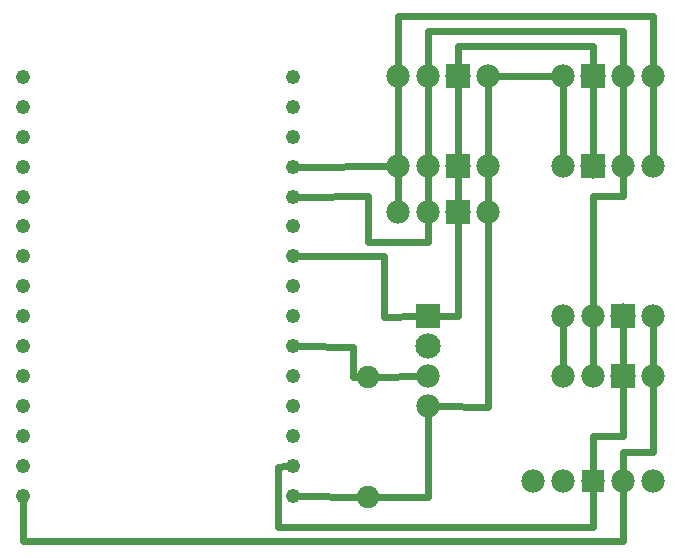
<source format=gbl>
G04 MADE WITH FRITZING*
G04 WWW.FRITZING.ORG*
G04 DOUBLE SIDED*
G04 HOLES PLATED*
G04 CONTOUR ON CENTER OF CONTOUR VECTOR*
%ASAXBY*%
%FSLAX23Y23*%
%MOIN*%
%OFA0B0*%
%SFA1.0B1.0*%
%ADD10C,0.075000*%
%ADD11C,0.078000*%
%ADD12C,0.084141*%
%ADD13C,0.047859*%
%ADD14R,0.084375X0.084375*%
%ADD15R,0.083333X0.083333*%
%ADD16R,0.078000X0.078000*%
%ADD17C,0.024000*%
%LNCOPPER0*%
G90*
G70*
G54D10*
X1406Y945D03*
X1406Y545D03*
G54D11*
X2055Y1647D03*
G54D12*
X2155Y1647D03*
G54D11*
X2255Y1647D03*
X2355Y1647D03*
X2055Y1947D03*
G54D12*
X2155Y1947D03*
G54D11*
X2255Y1947D03*
X2355Y1947D03*
X2355Y1147D03*
G54D12*
X2255Y1147D03*
G54D11*
X2155Y1147D03*
X2055Y1147D03*
X1805Y1646D03*
G54D12*
X1705Y1646D03*
G54D11*
X1605Y1646D03*
X1505Y1646D03*
X1806Y1494D03*
G54D12*
X1706Y1494D03*
G54D11*
X1606Y1494D03*
X1506Y1494D03*
X1805Y1946D03*
G54D12*
X1705Y1946D03*
G54D11*
X1605Y1946D03*
X1505Y1946D03*
X2355Y947D03*
G54D12*
X2255Y947D03*
G54D11*
X2155Y947D03*
X2055Y947D03*
X1605Y1146D03*
G54D12*
X1605Y1046D03*
G54D11*
X1605Y946D03*
X1605Y846D03*
X2355Y597D03*
X2255Y597D03*
X2155Y597D03*
X2055Y597D03*
X1955Y597D03*
G54D13*
X1153Y1745D03*
X256Y1945D03*
X256Y1845D03*
X256Y1745D03*
X256Y1645D03*
X256Y1545D03*
X1153Y1845D03*
X1153Y1945D03*
X1153Y1645D03*
X256Y1446D03*
X256Y1346D03*
X256Y1246D03*
X256Y1146D03*
X256Y1046D03*
X256Y946D03*
X256Y847D03*
X256Y747D03*
X256Y647D03*
X256Y547D03*
X1153Y1246D03*
X1153Y1146D03*
X1153Y1046D03*
X1153Y946D03*
X1153Y847D03*
X1153Y747D03*
X1153Y647D03*
X1153Y547D03*
X1153Y1545D03*
X1153Y1446D03*
X1153Y1346D03*
G54D14*
X2155Y1647D03*
X2155Y1947D03*
X2254Y1146D03*
X1705Y1646D03*
X1706Y1494D03*
X1705Y1946D03*
X2254Y946D03*
G54D15*
X1605Y1146D03*
G54D16*
X2155Y597D03*
G54D17*
X1434Y945D02*
X1575Y946D01*
D02*
X1606Y544D02*
X1434Y545D01*
D02*
X1605Y816D02*
X1606Y544D01*
D02*
X1705Y1614D02*
X1706Y1526D01*
D02*
X1805Y1616D02*
X1806Y1524D01*
D02*
X1605Y1616D02*
X1606Y1524D01*
D02*
X1505Y1616D02*
X1506Y1524D01*
D02*
X1505Y1916D02*
X1505Y1676D01*
D02*
X1605Y1916D02*
X1605Y1676D01*
D02*
X1705Y1914D02*
X1705Y1677D01*
D02*
X1805Y1916D02*
X1805Y1676D01*
D02*
X2154Y2046D02*
X1706Y2047D01*
D02*
X1706Y2047D02*
X1705Y1978D01*
D02*
X2155Y1978D02*
X2154Y2046D01*
D02*
X1604Y2098D02*
X1605Y1976D01*
D02*
X2256Y2098D02*
X1604Y2098D01*
D02*
X2255Y1977D02*
X2256Y2098D01*
D02*
X2155Y1678D02*
X2155Y1915D01*
D02*
X1505Y2146D02*
X1505Y1976D01*
D02*
X2355Y2146D02*
X1505Y2146D01*
D02*
X2355Y1977D02*
X2355Y2146D01*
D02*
X2055Y1677D02*
X2055Y1917D01*
D02*
X1835Y1946D02*
X2025Y1947D01*
D02*
X2255Y1677D02*
X2255Y1917D01*
D02*
X2355Y1677D02*
X2355Y1917D01*
D02*
X2154Y1547D02*
X2255Y1547D01*
D02*
X2255Y1547D02*
X2255Y1617D01*
D02*
X2155Y1177D02*
X2154Y1547D01*
D02*
X1705Y1147D02*
X1635Y1146D01*
D02*
X1706Y1463D02*
X1705Y1147D01*
D02*
X1805Y845D02*
X1635Y846D01*
D02*
X1806Y1464D02*
X1805Y845D01*
D02*
X2355Y1117D02*
X2355Y977D01*
D02*
X2255Y1115D02*
X2255Y978D01*
D02*
X2155Y977D02*
X2155Y1117D01*
D02*
X2055Y977D02*
X2055Y1117D01*
D02*
X2256Y746D02*
X2153Y746D01*
D02*
X2153Y746D02*
X2155Y627D01*
D02*
X2255Y915D02*
X2256Y746D01*
D02*
X2355Y917D02*
X2355Y695D01*
D02*
X2355Y695D02*
X2256Y695D01*
D02*
X2256Y695D02*
X2255Y627D01*
D02*
X2256Y397D02*
X2255Y567D01*
D02*
X256Y397D02*
X2256Y397D01*
D02*
X256Y525D02*
X256Y397D01*
D02*
X1175Y547D02*
X1377Y545D01*
D02*
X1356Y945D02*
X1377Y945D01*
D02*
X1356Y1045D02*
X1356Y945D01*
D02*
X1175Y1046D02*
X1356Y1045D01*
D02*
X2155Y444D02*
X1106Y444D01*
D02*
X1106Y444D02*
X1106Y645D01*
D02*
X2155Y567D02*
X2155Y444D01*
D02*
X1106Y645D02*
X1131Y646D01*
D02*
X1175Y1645D02*
X1475Y1646D01*
D02*
X1606Y1394D02*
X1606Y1464D01*
D02*
X1405Y1394D02*
X1606Y1394D01*
D02*
X1405Y1546D02*
X1405Y1394D01*
D02*
X1175Y1545D02*
X1405Y1546D01*
D02*
X1457Y1346D02*
X1175Y1346D01*
D02*
X1457Y1145D02*
X1457Y1346D01*
D02*
X1575Y1146D02*
X1457Y1145D01*
G04 End of Copper0*
M02*
</source>
